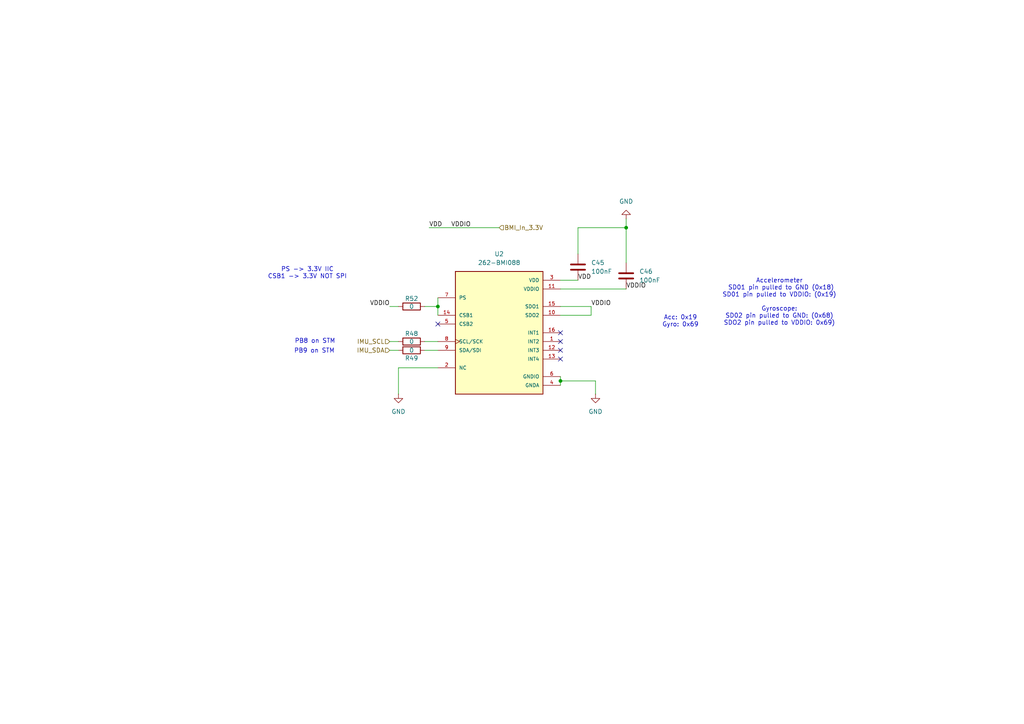
<source format=kicad_sch>
(kicad_sch (version 20250114) (generator "eeschema") (generator_version "9.0")
  (paper "A4")
  (title_block (title "Nautilus_Mainboard") (date "2025-11-19") (rev "0") (company "Davide"))
  (lib_symbols
    (symbol "#dzdb:g_cap/C-100n-0603" (pin_numbers hide) (pin_names (offset 0.254))
      (property "Reference" "C" (at 0.635 2.54 0))
      (property "Value" "100nF" (at 0.635 -2.54 0))
      (symbol "g_cap/C-100n-0603_0_1"
        (polyline (pts (xy -2.032 0.762) (xy 2.032 0.762)) (stroke (width 0.508)))
        (polyline (pts (xy -2.032 -0.762) (xy 2.032 -0.762)) (stroke (width 0.508)))
      )
      (symbol "g_cap/C-100n-0603_1_1"
        (pin passive line (at 0 3.81 270) (length 2.794) (name "~") (number "1"))
        (pin passive line (at 0 -3.81 90) (length 2.794) (name "~") (number "2"))
      )
    )
    (symbol "#dzdb:g_res/R-0-0603" (pin_numbers hide) (pin_names (offset 0))
      (property "Reference" "R" (at 2.032 0 90))
      (property "Value" "0" (at 0 0 90))
      (symbol "g_res/R-0-0603_0_1"
        (rectangle (start -1.016 -2.54) (end 1.016 2.54) (stroke (width 0.254)))
      )
      (symbol "g_res/R-0-0603_1_1"
        (pin passive line (at 0 3.81 270) (length 1.27) (name "~") (number "1"))
        (pin passive line (at 0 -3.81 90) (length 1.27) (name "~") (number "2"))
      )
    )
    (symbol "#dzdb:s_sens/BOSC-262-BMI088" (pin_names (offset 1.016))
      (property "Reference" "U" (at -12.7 18.415 0))
      (property "Value" "262-BMI088" (at -12.7 -20.32 0))
      (symbol "s_sens/BOSC-262-BMI088_0_0"
        (rectangle (start -12.7 -17.78) (end 12.7 17.78) (stroke (width 0.254)) (fill (type background)))
        (pin input line (at -17.78 10.16 0) (length 5.08) (name "PS") (number "7"))
        (pin input line (at -17.78 5.08 0) (length 5.08) (name "CSB1") (number "14"))
        (pin input line (at -17.78 2.54 0) (length 5.08) (name "CSB2") (number "5"))
        (pin input clock (at -17.78 -2.54 0) (length 5.08) (name "SCL/SCK") (number "8"))
        (pin bidirectional line (at -17.78 -5.08 0) (length 5.08) (name "SDA/SDI") (number "9"))
        (pin passive line (at -17.78 -10.16 0) (length 5.08) (name "NC") (number "2"))
        (pin output line (at 17.78 7.62 180) (length 5.08) (name "SDO1") (number "15"))
        (pin output line (at 17.78 5.08 180) (length 5.08) (name "SDO2") (number "10"))
        (pin bidirectional line (at 17.78 0 180) (length 5.08) (name "INT1") (number "16"))
        (pin bidirectional line (at 17.78 -2.54 180) (length 5.08) (name "INT2") (number "1"))
        (pin bidirectional line (at 17.78 -5.08 180) (length 5.08) (name "INT3") (number "12"))
        (pin bidirectional line (at 17.78 -7.62 180) (length 5.08) (name "INT4") (number "13"))
        (pin power_in line (at 17.78 -12.7 180) (length 5.08) (name "GNDIO") (number "6"))
        (pin power_in line (at 17.78 -15.24 180) (length 5.08) (name "GNDA") (number "4"))
      )
      (symbol "s_sens/BOSC-262-BMI088_1_0"
        (pin power_out line (at 17.78 15.24 180) (length 5.08) (name "VDD") (number "3"))
        (pin power_out line (at 17.78 12.7 180) (length 5.08) (name "VDDIO") (number "11"))
      )
    )
    (symbol "power:GND" (power) (pin_numbers hide) (pin_names (offset 0) hide)
      (property "Value" "GND" (at 0 -3.81 0))
      (symbol "GND_0_1"
        (polyline (pts (xy 0 0) (xy 0 -1.27) (xy 1.27 -1.27) (xy 0 -2.54) (xy -1.27 -1.27) (xy 0 -1.27)))
      )
      (symbol "GND_1_1"
        (pin power_in line (at 0 0 270) (length 0) (name "~") (number "1"))
      )
    )
  )
  (junction (at 127 88.9))
  (junction (at 162.56 110.49))
  (junction (at 181.61 66.04))
  (no_connect (at 162.56 101.6))
  (no_connect (at 162.56 96.52))
  (no_connect (at 162.56 99.06))
  (no_connect (at 162.56 104.14))
  (no_connect (at 127 93.98))
  (wire (pts (xy 162.56 81.28) (xy 167.64 81.28)))
  (wire (pts (xy 127 86.36) (xy 127 88.9)))
  (wire (pts (xy 167.64 66.04) (xy 181.61 66.04)))
  (wire (pts (xy 123.19 101.6) (xy 127 101.6)))
  (wire (pts (xy 162.56 110.49) (xy 162.56 111.76)))
  (wire (pts (xy 162.56 110.49) (xy 172.72 110.49)))
  (wire (pts (xy 172.72 110.49) (xy 172.72 114.3)))
  (wire (pts (xy 113.03 88.9) (xy 115.57 88.9)))
  (wire (pts (xy 171.45 88.9) (xy 162.56 88.9)))
  (wire (pts (xy 162.56 91.44) (xy 171.45 91.44)))
  (wire (pts (xy 171.45 88.9) (xy 171.45 91.44)))
  (wire (pts (xy 127 88.9) (xy 127 91.44)))
  (wire (pts (xy 124.46 66.04) (xy 144.78 66.04)))
  (wire (pts (xy 123.19 88.9) (xy 127 88.9)))
  (wire (pts (xy 167.64 73.66) (xy 167.64 66.04)))
  (wire (pts (xy 113.03 99.06) (xy 115.57 99.06)))
  (wire (pts (xy 162.56 83.82) (xy 181.61 83.82)))
  (wire (pts (xy 115.57 106.68) (xy 115.57 114.3)))
  (wire (pts (xy 127 106.68) (xy 115.57 106.68)))
  (wire (pts (xy 162.56 109.22) (xy 162.56 110.49)))
  (wire (pts (xy 181.61 66.04) (xy 181.61 76.2)))
  (wire (pts (xy 123.19 99.06) (xy 127 99.06)))
  (wire (pts (xy 181.61 63.5) (xy 181.61 66.04)))
  (wire (pts (xy 113.03 101.6) (xy 115.57 101.6)))
  (text "Acc: 0x19\nGyro: 0x69" (at 197.358 93.218 0) (effects (font (size 1.27 1.27))))
  (text "PB8 on STM" (at 91.365 99.0223 0) (effects (font (size 1.27 1.27))))
  (text "PB9 on STM" (at 91.186 101.854 0) (effects (font (size 1.27 1.27))))
  (text "Accelerometer\n SD01 pin pulled to GND (0x18)\nSD01 pin pulled to VDDIO: (0x19)\n\nGyroscope:\nSD02 pin pulled to GND: (0x68)\nSDO2 pin pulled to VDDIO: 0x69)" (at 226.06 87.63 0) (effects (font (size 1.27 1.27))))
  (text "PS -> 3.3V IIC\nCSB1 -> 3.3V NOT SPI" (at 89.154 79.248 0) (effects (font (size 1.27 1.27))))
  (label "VDDIO" (at 181.61 83.82 0))
  (label "VDDIO" (at 130.81 66.04 0))
  (label "VDD" (at 124.46 66.04 0))
  (label "VDD" (at 167.64 81.28 0))
  (label "VDDIO" (at 171.45 88.9 0))
  (label "VDDIO" (at 113.03 88.9 180))
  (hierarchical_label "IMU_SDA" (shape input) (at 113.03 101.6 180))
  (hierarchical_label "IMU_SCL" (shape input) (at 113.03 99.06 180))
  (hierarchical_label "BMI_In_3.3V" (shape input) (at 144.78 66.04 0))
  (symbol (lib_id "power:GND") (at 181.61 63.5 180) (unit 1)
    (property "Reference" "#PWR039" (effects (hide yes)))
    (property "Value" "GND" (at 181.61 58.42 0))
    (property "Description" "Power symbol creates a global label with name \"GND\" , ground" (effects (hide yes)))
  )
  (symbol (lib_id "#dzdb:g_res/R-0-0603") (at 119.38 88.9 90) (unit 1)
    (property "Reference" "R52" (at 119.38 86.614 90))
    (property "Value" "0" (at 119.38 88.9 90))
    (property "Footprint" "Resistor_SMD:R_0603_1608Metric" (effects (hide yes)))
    (property "Datasheet" "https://www.we-online.com/components/products/datasheet/560112116001.pdf" (effects (hide yes)))
    (property "Description" "Thick Film Resistors - SMD WRIS-RSKS <0.05 Ohms  0.1 W Jumper 0603" (effects (hide yes)))
    (property "IPN" "R-0-0603" (effects (hide yes)))
    (property "MPN" "560112116001" (effects (hide yes)))
    (property "Manufacturer" "Wurth Elektronik" (effects (hide yes)))
    (property "Resistance" "0" (effects (hide yes)))
    (property "Power" "0.1W" (effects (hide yes)))
    (property "Material" "Thick film" (effects (hide yes)))
    (property "Tolerance" "5%" (effects (hide yes)))
    (property "Supplier" "Mouser" (effects (hide yes)))
    (property "SPN" "710-560112116001" (effects (hide yes)))
    (property "LCSC" "CXXXXX" (effects (hide yes)))
    (property "Comment" "lifecycle=Active; note=Auto-generated" (effects (hide yes)))
  )
  (symbol (lib_id "power:GND") (at 115.57 114.3 0) (unit 1)
    (property "Reference" "#PWR037" (effects (hide yes)))
    (property "Value" "GND" (at 115.57 119.38 0))
    (property "Description" "Power symbol creates a global label with name \"GND\" , ground" (effects (hide yes)))
  )
  (symbol (lib_id "#dzdb:g_res/R-0-0603") (at 119.38 99.06 90) (unit 1)
    (property "Reference" "R48" (at 119.38 96.774 90))
    (property "Value" "0" (at 119.38 99.06 90))
    (property "Footprint" "Resistor_SMD:R_0603_1608Metric" (effects (hide yes)))
    (property "Datasheet" "https://www.we-online.com/components/products/datasheet/560112116001.pdf" (effects (hide yes)))
    (property "Description" "Thick Film Resistors - SMD WRIS-RSKS <0.05 Ohms  0.1 W Jumper 0603" (effects (hide yes)))
    (property "IPN" "R-0-0603" (effects (hide yes)))
    (property "MPN" "560112116001" (effects (hide yes)))
    (property "Manufacturer" "Wurth Elektronik" (effects (hide yes)))
    (property "Resistance" "0" (effects (hide yes)))
    (property "Power" "0.1W" (effects (hide yes)))
    (property "Material" "Thick film" (effects (hide yes)))
    (property "Tolerance" "5%" (effects (hide yes)))
    (property "Supplier" "Mouser" (effects (hide yes)))
    (property "SPN" "710-560112116001" (effects (hide yes)))
    (property "LCSC" "CXXXXX" (effects (hide yes)))
    (property "Comment" "lifecycle=Active; note=Auto-generated" (effects (hide yes)))
  )
  (symbol (lib_id "#dzdb:g_cap/C-100n-0603") (at 181.61 80.01 0) (unit 1)
    (property "Reference" "C46" (at 185.42 78.7399 0) (effects (justify left)))
    (property "Value" "100nF" (at 185.42 81.2799 0) (effects (justify left)))
    (property "Footprint" "Capacitor_SMD:C_0603_1608Metric" (effects (hide yes)))
    (property "Datasheet" "https://www.we-online.com/components/products/datasheet/885012206095.pdf" (effects (hide yes)))
    (property "Description" "Cap 100nF 50V 0603 C0G ±10%" (effects (hide yes)))
    (property "IPN" "C-100n-0603" (effects (hide yes)))
    (property "MPN" "885012206095" (effects (hide yes)))
    (property "Manufacturer" "Wurth Elektronik" (effects (hide yes)))
    (property "Capacitance" "100nF" (effects (hide yes)))
    (property "Voltage" "50V" (effects (hide yes)))
    (property "Material" "C0G" (effects (hide yes)))
    (property "Tolerance" "10%" (effects (hide yes)))
    (property "Supplier" "Mouser" (effects (hide yes)))
    (property "SPN" "710-885012206095" (effects (hide yes)))
    (property "LCSC" "CXXXXX" (effects (hide yes)))
    (property "Comment" "lifecycle=Active; note=Auto-generated" (effects (hide yes)))
  )
  (symbol (lib_id "#dzdb:g_cap/C-100n-0603") (at 167.64 77.47 0) (unit 1)
    (property "Reference" "C45" (at 171.45 76.1999 0) (effects (justify left)))
    (property "Value" "100nF" (at 171.45 78.7399 0) (effects (justify left)))
    (property "Footprint" "Capacitor_SMD:C_0603_1608Metric" (effects (hide yes)))
    (property "Datasheet" "https://www.we-online.com/components/products/datasheet/885012206095.pdf" (effects (hide yes)))
    (property "Description" "Cap 100nF 50V 0603 C0G ±10%" (effects (hide yes)))
    (property "IPN" "C-100n-0603" (effects (hide yes)))
    (property "MPN" "885012206095" (effects (hide yes)))
    (property "Manufacturer" "Wurth Elektronik" (effects (hide yes)))
    (property "Capacitance" "100nF" (effects (hide yes)))
    (property "Voltage" "50V" (effects (hide yes)))
    (property "Material" "C0G" (effects (hide yes)))
    (property "Tolerance" "10%" (effects (hide yes)))
    (property "Supplier" "Mouser" (effects (hide yes)))
    (property "SPN" "710-885012206095" (effects (hide yes)))
    (property "LCSC" "CXXXXX" (effects (hide yes)))
    (property "Comment" "lifecycle=Active; note=Auto-generated" (effects (hide yes)))
  )
  (symbol (lib_id "#dzdb:g_res/R-0-0603") (at 119.38 101.6 90) (unit 1)
    (property "Reference" "R49" (at 119.38 103.886 90))
    (property "Value" "0" (at 119.38 101.6 90))
    (property "Footprint" "Resistor_SMD:R_0603_1608Metric" (effects (hide yes)))
    (property "Datasheet" "https://www.we-online.com/components/products/datasheet/560112116001.pdf" (effects (hide yes)))
    (property "Description" "Thick Film Resistors - SMD WRIS-RSKS <0.05 Ohms  0.1 W Jumper 0603" (effects (hide yes)))
    (property "IPN" "R-0-0603" (effects (hide yes)))
    (property "MPN" "560112116001" (effects (hide yes)))
    (property "Manufacturer" "Wurth Elektronik" (effects (hide yes)))
    (property "Resistance" "0" (effects (hide yes)))
    (property "Power" "0.1W" (effects (hide yes)))
    (property "Material" "Thick film" (effects (hide yes)))
    (property "Tolerance" "5%" (effects (hide yes)))
    (property "Supplier" "Mouser" (effects (hide yes)))
    (property "SPN" "710-560112116001" (effects (hide yes)))
    (property "LCSC" "CXXXXX" (effects (hide yes)))
    (property "Comment" "lifecycle=Active; note=Auto-generated" (effects (hide yes)))
  )
  (symbol (lib_id "power:GND") (at 172.72 114.3 0) (unit 1)
    (property "Reference" "#PWR038" (effects (hide yes)))
    (property "Value" "GND" (at 172.72 119.38 0))
    (property "Description" "Power symbol creates a global label with name \"GND\" , ground" (effects (hide yes)))
  )
  (symbol (lib_id "#dzdb:s_sens/BOSC-262-BMI088") (at 144.78 96.52 0) (unit 1)
    (property "Reference" "U2" (at 144.78 73.66 0))
    (property "Value" "262-BMI088" (at 144.78 76.2 0))
    (property "Footprint" "dz_sens:Bosch_IMU_BMI088" (effects (hide yes)))
    (property "Datasheet" "https://www.bosch-sensortec.com/media/boschsensortec/downloads/datasheets/bst-bmi088-ds001.pdf" (effects (hide yes)))
    (property "Description" "IMUs - Inertiale Messeinheiten High Performance Intertial Measurement Unit (IMU) for Drones and Robotics" (effects (hide yes)))
    (property "MF" "Bosch Sensortec" (effects (hide yes)))
    (property "PURCHASE-URL" "https://pricing.snapeda.com/search/part/BMI088/?ref=eda" (effects (hide yes)))
    (property "PACKAGE" "VFLGA-16 Bosch Sensortec" (effects (hide yes)))
    (property "PRICE" "None" (effects (hide yes)))
    (property "Package" "LGA-16" (effects (hide yes)))
    (property "Check_prices" "https://www.snapeda.com/parts/BMI088/Bosch/view-part/?ref=eda" (effects (hide yes)))
    (property "Price" "None" (effects (hide yes)))
    (property "SnapEDA_Link" "https://www.snapeda.com/parts/BMI088/Bosch/view-part/?ref=snap" (effects (hide yes)))
    (property "MP" "BMI088" (effects (hide yes)))
    (property "Description_1" "Accelerometer, Gyroscope, 6 Axis Sensor I2C, SPI Output" (effects (hide yes)))
    (property "Availability" "In Stock" (effects (hide yes)))
    (property "AVAILABILITY" "In Stock" (effects (hide yes)))
    (property "IPN" "BOSC-262-BMI088" (effects (hide yes)))
    (property "MPN" "262-BMI088" (effects (hide yes)))
    (property "Manufacturer" "Bosch Sensortec" (effects (hide yes)))
    (property "Type" "IMUs - Inertiale Messeinheiten" (effects (hide yes)))
    (property "Vin Range" "2.4 V - 3.6 V" (effects (hide yes)))
    (property "Output" "Digital" (effects (hide yes)))
    (property "Current" "5.15 mA" (effects (hide yes)))
    (property "Temp Range" "- 40 C to + 85 C" (effects (hide yes)))
    (property "Supplier" "Mouser" (effects (hide yes)))
    (property "SPN" "262-BMI088" (effects (hide yes)))
  )
)
</source>
